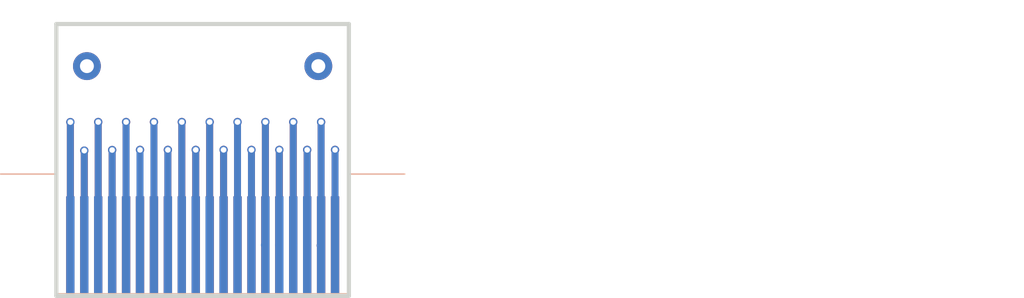
<source format=kicad_pcb>
(kicad_pcb (version 20171130) (host pcbnew "(5.1.6-0-10_14)")

  (general
    (thickness 0.4)
    (drawings 5)
    (tracks 115)
    (zones 0)
    (modules 6)
    (nets 1)
  )

  (page A4)
  (title_block
    (company "Universidade Federal de Minas Gerais")
    (comment 2 "Márcio Flávio Dutra Moraes")
    (comment 3 "Leonardo de Oliveira Guarnieri")
    (comment 4 "Flávio Afonso Gonçalves Mourão")
  )

  (layers
    (0 F.Cu signal)
    (31 B.Cu signal)
    (32 B.Adhes user)
    (33 F.Adhes user)
    (34 B.Paste user)
    (35 F.Paste user)
    (36 B.SilkS user)
    (37 F.SilkS user)
    (38 B.Mask user)
    (39 F.Mask user)
    (40 Dwgs.User user hide)
    (41 Cmts.User user hide)
    (42 Eco1.User user)
    (43 Eco2.User user)
    (44 Edge.Cuts user)
    (45 Margin user)
    (46 B.CrtYd user hide)
    (47 F.CrtYd user hide)
    (48 B.Fab user hide)
    (49 F.Fab user hide)
  )

  (setup
    (last_trace_width 0.25)
    (user_trace_width 0.3)
    (trace_clearance 0.19)
    (zone_clearance 0.508)
    (zone_45_only no)
    (trace_min 0.2)
    (via_size 0.6)
    (via_drill 0.4)
    (via_min_size 0.25)
    (via_min_drill 0.125)
    (user_via 0.25 0.125)
    (uvia_size 0.3)
    (uvia_drill 0.1)
    (uvias_allowed no)
    (uvia_min_size 0.2)
    (uvia_min_drill 0.1)
    (edge_width 0.15)
    (segment_width 0.2)
    (pcb_text_width 0.3)
    (pcb_text_size 1.5 1.5)
    (mod_edge_width 0.15)
    (mod_text_size 1 1)
    (mod_text_width 0.15)
    (pad_size 2.2 2.2)
    (pad_drill 2.2)
    (pad_to_mask_clearance 0.2)
    (aux_axis_origin 0 0)
    (visible_elements 7FFFFFFF)
    (pcbplotparams
      (layerselection 0x010f0_ffffffff)
      (usegerberextensions false)
      (usegerberattributes true)
      (usegerberadvancedattributes true)
      (creategerberjobfile true)
      (excludeedgelayer true)
      (linewidth 0.100000)
      (plotframeref false)
      (viasonmask false)
      (mode 1)
      (useauxorigin false)
      (hpglpennumber 1)
      (hpglpenspeed 20)
      (hpglpendiameter 15.000000)
      (psnegative false)
      (psa4output false)
      (plotreference true)
      (plotvalue true)
      (plotinvisibletext false)
      (padsonsilk false)
      (subtractmaskfromsilk false)
      (outputformat 1)
      (mirror false)
      (drillshape 0)
      (scaleselection 1)
      (outputdirectory "../../../../../../../../../../Desktop/Placa_atualizada/"))
  )

  (net 0 "")

  (net_class Default "This is the default net class."
    (clearance 0.19)
    (trace_width 0.25)
    (via_dia 0.6)
    (via_drill 0.4)
    (uvia_dia 0.3)
    (uvia_drill 0.1)
  )

  (module NNClib:FFCmale20_semvias (layer F.Cu) (tedit 5B2BA901) (tstamp 5B2BA2AD)
    (at 148.50364 104.9274)
    (path /5ABD2A68)
    (fp_text reference Edge1 (at -14.0462 10.25144) (layer Dwgs.User)
      (effects (font (size 1 1) (thickness 0.15)))
    )
    (fp_text value Conn_01x20 (at 2 -3.15) (layer F.Fab)
      (effects (font (size 1 1) (thickness 0.15)))
    )
    (fp_line (start -0.5 3.5) (end -0.5 1) (layer F.SilkS) (width 0.05))
    (fp_line (start 10 3.45) (end 10 1) (layer F.SilkS) (width 0.05))
    (fp_line (start 10 3.5) (end 10 3.45) (layer F.SilkS) (width 0.0508))
    (fp_line (start -0.5 3.5) (end 10 3.5) (layer F.SilkS) (width 0.05))
    (fp_line (start -0.5 -0.8) (end -2.5 -0.8) (layer F.SilkS) (width 0.05))
    (fp_line (start 10 -0.8) (end 12 -0.8) (layer F.SilkS) (width 0.05))
    (fp_line (start -0.5 1) (end -0.5 -0.5) (layer F.SilkS) (width 0.05))
    (fp_line (start 10 1) (end 10 -0.5) (layer F.SilkS) (width 0.05))
    (fp_line (start 10 -0.8) (end 10 -0.5) (layer F.SilkS) (width 0.05))
    (fp_line (start -0.5 -0.5) (end -0.5 -0.8) (layer F.SilkS) (width 0.05))
    (pad 1 smd rect (at 0 1.75) (size 0.3 3.5) (layers *.Paste *.Mask F.Cu))
    (pad 2 smd rect (at 0.5 1.75) (size 0.3 3.5) (layers *.Paste *.Mask F.Cu))
    (pad 3 smd rect (at 1 1.75) (size 0.3 3.5) (layers *.Paste *.Mask F.Cu))
    (pad 4 smd rect (at 1.5 1.75) (size 0.3 3.5) (layers *.Paste *.Mask F.Cu))
    (pad 5 smd rect (at 2 1.75) (size 0.3 3.5) (layers *.Paste *.Mask F.Cu))
    (pad 6 smd rect (at 2.5 1.75) (size 0.3 3.5) (layers *.Paste *.Mask F.Cu))
    (pad 7 smd rect (at 3 1.75) (size 0.3 3.5) (layers *.Paste *.Mask F.Cu))
    (pad 8 smd rect (at 3.5 1.75) (size 0.3 3.5) (layers *.Paste *.Mask F.Cu))
    (pad 9 smd rect (at 4 1.75) (size 0.3 3.5) (layers *.Paste *.Mask F.Cu))
    (pad 10 smd rect (at 4.5 1.75) (size 0.3 3.5) (layers *.Paste *.Mask F.Cu))
    (pad 11 smd rect (at 5 1.75) (size 0.3 3.5) (layers *.Paste *.Mask F.Cu))
    (pad 12 smd rect (at 5.5 1.75) (size 0.3 3.5) (layers *.Paste *.Mask F.Cu))
    (pad 13 smd rect (at 6 1.75) (size 0.3 3.5) (layers *.Paste *.Mask F.Cu))
    (pad 14 smd rect (at 6.5 1.75) (size 0.3 3.5) (layers *.Paste *.Mask F.Cu))
    (pad 15 smd rect (at 7 1.75) (size 0.3 3.5) (layers *.Paste *.Mask F.Cu))
    (pad 16 smd rect (at 7.5 1.75) (size 0.3 3.5) (layers *.Paste *.Mask F.Cu))
    (pad 17 smd rect (at 8 1.75) (size 0.3 3.5) (layers *.Paste *.Mask F.Cu))
    (pad 18 smd rect (at 8.5 1.75) (size 0.3 3.5) (layers *.Paste *.Mask F.Cu))
    (pad 19 smd rect (at 9 1.75) (size 0.3 3.5) (layers *.Paste *.Mask F.Cu))
    (pad 20 smd rect (at 9.5 1.75) (size 0.3 3.5) (layers *.Paste *.Mask F.Cu))
  )

  (module MountingHole:MountingHole_2.2mm_M2 (layer F.Cu) (tedit 5B3B7FE2) (tstamp 5B4715BE)
    (at 151.7015 100.3554)
    (descr "Mounting Hole 2.2mm, no annular, M2")
    (tags "mounting hole 2.2mm no annular m2")
    (attr virtual)
    (fp_text reference REF** (at 24.511 -9.779) (layer Dwgs.User)
      (effects (font (size 1 1) (thickness 0.15)))
    )
    (fp_text value MountingHole_2.2mm_M2 (at 31.496 5.969) (layer Dwgs.User)
      (effects (font (size 1 1) (thickness 0.15)))
    )
    (fp_circle (center 0 0) (end 2.45 0) (layer F.CrtYd) (width 0.05))
    (fp_circle (center 0 0) (end 2.2 0) (layer Cmts.User) (width 0.15))
    (fp_text user %R (at 25.654 2.0955) (layer Dwgs.User)
      (effects (font (size 1 1) (thickness 0.15)))
    )
    (pad 1 np_thru_hole circle (at 0 0) (size 2.2 2.2) (drill 2.2) (layers *.Cu *.Mask))
  )

  (module MountingHole:MountingHole_2.2mm_M2 (layer F.Cu) (tedit 5B3B7FE2) (tstamp 603DD26F)
    (at 154.813 100.3554)
    (descr "Mounting Hole 2.2mm, no annular, M2")
    (tags "mounting hole 2.2mm no annular m2")
    (attr virtual)
    (fp_text reference REF** (at 24.511 -9.779) (layer Dwgs.User)
      (effects (font (size 1 1) (thickness 0.15)))
    )
    (fp_text value MountingHole_2.2mm_M2 (at 31.496 5.969) (layer Dwgs.User)
      (effects (font (size 1 1) (thickness 0.15)))
    )
    (fp_circle (center 0 0) (end 2.45 0) (layer F.CrtYd) (width 0.05))
    (fp_circle (center 0 0) (end 2.2 0) (layer Cmts.User) (width 0.15))
    (fp_text user %R (at 25.654 2.0955) (layer Dwgs.User)
      (effects (font (size 1 1) (thickness 0.15)))
    )
    (pad 1 np_thru_hole circle (at 0 0) (size 2.2 2.2) (drill 2.2) (layers *.Cu *.Mask))
  )

  (module NNClib:1pad (layer F.Cu) (tedit 5B3B6665) (tstamp 5B068003)
    (at 157.4038 100.2538)
    (descr "module 1 pin (ou trou mecanique de percage)")
    (tags DEV)
    (fp_text reference REF** (at 19.74 -3.99) (layer Dwgs.User) hide
      (effects (font (size 1 1) (thickness 0.15)))
    )
    (fp_text value 1pin (at -18.2711 6.2081) (layer F.Fab) hide
      (effects (font (size 1 1) (thickness 0.15)))
    )
    (pad 1 thru_hole circle (at 0 0) (size 1 1) (drill 0.5) (layers *.Cu *.Mask))
  )

  (module NNClib:1pad (layer F.Cu) (tedit 5B3B6667) (tstamp 5B067FF0)
    (at 149.098 100.2538)
    (descr "module 1 pin (ou trou mecanique de percage)")
    (tags DEV)
    (fp_text reference REF** (at 22.502 -1.196) (layer Dwgs.User) hide
      (effects (font (size 1 1) (thickness 0.15)))
    )
    (fp_text value 1pin (at -16.1568 3.6554) (layer F.Fab) hide
      (effects (font (size 1 1) (thickness 0.15)))
    )
    (pad 1 thru_hole circle (at 0 0) (size 1 1) (drill 0.5) (layers *.Cu *.Mask))
  )

  (module NNClib:FFCmale20_semvias (layer B.Cu) (tedit 5B2BA8FE) (tstamp 5B2BA2CF)
    (at 158.00324 104.9274 180)
    (path /5B2BA1A3)
    (fp_text reference Edge2 (at 23.51024 -8.04164 180) (layer Dwgs.User)
      (effects (font (size 1 1) (thickness 0.15)))
    )
    (fp_text value Conn_01x20 (at 2 3.15 180) (layer B.Fab)
      (effects (font (size 1 1) (thickness 0.15)) (justify mirror))
    )
    (fp_line (start -0.5 -3.5) (end -0.5 -1) (layer B.SilkS) (width 0.05))
    (fp_line (start 10 -3.45) (end 10 -1) (layer B.SilkS) (width 0.05))
    (fp_line (start 10 -3.5) (end 10 -3.45) (layer B.SilkS) (width 0.0508))
    (fp_line (start -0.5 -3.5) (end 10 -3.5) (layer B.SilkS) (width 0.05))
    (fp_line (start -0.5 0.8) (end -2.5 0.8) (layer B.SilkS) (width 0.05))
    (fp_line (start 10 0.8) (end 12 0.8) (layer B.SilkS) (width 0.05))
    (fp_line (start -0.5 -1) (end -0.5 0.5) (layer B.SilkS) (width 0.05))
    (fp_line (start 10 -1) (end 10 0.5) (layer B.SilkS) (width 0.05))
    (fp_line (start 10 0.8) (end 10 0.5) (layer B.SilkS) (width 0.05))
    (fp_line (start -0.5 0.5) (end -0.5 0.8) (layer B.SilkS) (width 0.05))
    (pad 1 smd rect (at 0 -1.75 180) (size 0.3 3.5) (layers *.Paste *.Mask B.Cu))
    (pad 2 smd rect (at 0.5 -1.75 180) (size 0.3 3.5) (layers *.Paste *.Mask B.Cu))
    (pad 3 smd rect (at 1 -1.75 180) (size 0.3 3.5) (layers *.Paste *.Mask B.Cu))
    (pad 4 smd rect (at 1.5 -1.75 180) (size 0.3 3.5) (layers *.Paste *.Mask B.Cu))
    (pad 5 smd rect (at 2 -1.75 180) (size 0.3 3.5) (layers *.Paste *.Mask B.Cu))
    (pad 6 smd rect (at 2.5 -1.75 180) (size 0.3 3.5) (layers *.Paste *.Mask B.Cu))
    (pad 7 smd rect (at 3 -1.75 180) (size 0.3 3.5) (layers *.Paste *.Mask B.Cu))
    (pad 8 smd rect (at 3.5 -1.75 180) (size 0.3 3.5) (layers *.Paste *.Mask B.Cu))
    (pad 9 smd rect (at 4 -1.75 180) (size 0.3 3.5) (layers *.Paste *.Mask B.Cu))
    (pad 10 smd rect (at 4.5 -1.75 180) (size 0.3 3.5) (layers *.Paste *.Mask B.Cu))
    (pad 11 smd rect (at 5 -1.75 180) (size 0.3 3.5) (layers *.Paste *.Mask B.Cu))
    (pad 12 smd rect (at 5.5 -1.75 180) (size 0.3 3.5) (layers *.Paste *.Mask B.Cu))
    (pad 13 smd rect (at 6 -1.75 180) (size 0.3 3.5) (layers *.Paste *.Mask B.Cu))
    (pad 14 smd rect (at 6.5 -1.75 180) (size 0.3 3.5) (layers *.Paste *.Mask B.Cu))
    (pad 15 smd rect (at 7 -1.75 180) (size 0.3 3.5) (layers *.Paste *.Mask B.Cu))
    (pad 16 smd rect (at 7.5 -1.75 180) (size 0.3 3.5) (layers *.Paste *.Mask B.Cu))
    (pad 17 smd rect (at 8 -1.75 180) (size 0.3 3.5) (layers *.Paste *.Mask B.Cu))
    (pad 18 smd rect (at 8.5 -1.75 180) (size 0.3 3.5) (layers *.Paste *.Mask B.Cu))
    (pad 19 smd rect (at 9 -1.75 180) (size 0.3 3.5) (layers *.Paste *.Mask B.Cu))
    (pad 20 smd rect (at 9.5 -1.75 180) (size 0.3 3.5) (layers *.Paste *.Mask B.Cu))
  )

  (gr_line (start 148 98.7425) (end 158.496 98.7425) (layer Edge.Cuts) (width 0.15))
  (gr_line (start 158.496 98.7425) (end 158.5 98.7425) (layer Edge.Cuts) (width 0.15) (tstamp 603DD234))
  (gr_line (start 158.5 108.5) (end 148 108.5) (angle 90) (layer Edge.Cuts) (width 0.15))
  (gr_line (start 158.5 108.5) (end 158.5 98.7425) (angle 90) (layer Edge.Cuts) (width 0.15))
  (gr_line (start 148 108.5) (end 148 98.7425) (angle 90) (layer Edge.Cuts) (width 0.15))

  (segment (start 148.50364 106.6774) (end 148.50364 106.67746) (width 0.25) (layer B.Cu) (net 0) (tstamp 603DBF68))
  (segment (start 148.999 106.6774) (end 149.00364 106.6774) (width 0.25) (layer B.Cu) (net 0) (tstamp 603DBF54))
  (segment (start 149.50364 106.6774) (end 149.50364 106.67924) (width 0.25) (layer B.Cu) (net 0) (tstamp 603DBF59))
  (segment (start 150.00364 106.6774) (end 150.00364 106.67606) (width 0.25) (layer B.Cu) (net 0) (tstamp 603DBF5A))
  (segment (start 151.00364 106.6774) (end 151.00364 106.69206) (width 0.25) (layer B.Cu) (net 0) (tstamp 603DBF67))
  (segment (start 151.50364 106.6774) (end 151.5009 106.6774) (width 0.25) (layer B.Cu) (net 0) (tstamp 603DBF65))
  (segment (start 152.00364 106.6774) (end 152.00364 106.66996) (width 0.25) (layer B.Cu) (net 0) (tstamp 603DBF58))
  (segment (start 152.50364 106.6774) (end 152.50364 106.65664) (width 0.25) (layer B.Cu) (net 0) (tstamp 603DBF66))
  (segment (start 153.00364 106.6774) (end 153.00364 106.67326) (width 0.25) (layer B.Cu) (net 0) (tstamp 603DBF5D))
  (segment (start 153.50364 106.6774) (end 153.50364 106.67874) (width 0.25) (layer B.Cu) (net 0) (tstamp 603DBF57))
  (segment (start 154.00364 106.6774) (end 154.0103 106.6774) (width 0.25) (layer B.Cu) (net 0) (tstamp 603DBF5E))
  (segment (start 154.50364 106.6774) (end 154.5056 106.6774) (width 0.25) (layer B.Cu) (net 0) (tstamp 603DBF63))
  (segment (start 155.00364 106.6774) (end 155.00364 106.67986) (width 0.25) (layer B.Cu) (net 0) (tstamp 603DBF55))
  (segment (start 155.50364 106.6774) (end 155.468641 106.6774) (width 0.25) (layer B.Cu) (net 0) (tstamp 603DBF56))
  (segment (start 156.00364 106.6774) (end 155.984 106.6774) (width 0.25) (layer B.Cu) (net 0) (tstamp 603DBF61))
  (segment (start 156.50364 106.6774) (end 156.5249 106.6774) (width 0.25) (layer B.Cu) (net 0) (tstamp 603DBF5B))
  (segment (start 157.00364 106.6774) (end 157.0202 106.6774) (width 0.25) (layer B.Cu) (net 0) (tstamp 603DBF5F))
  (segment (start 157.50364 106.6774) (end 157.4826 106.6774) (width 0.25) (layer B.Cu) (net 0) (tstamp 603DBF5C))
  (segment (start 157.4826 106.6774) (end 157.468641 106.691359) (width 0.25) (layer B.Cu) (net 0) (tstamp 603DBF62))
  (segment (start 158.00364 106.6774) (end 158.0108 106.6774) (width 0.25) (layer B.Cu) (net 0) (tstamp 603DBF60))
  (segment (start 148.50364 106.6774) (end 148.50364 106.67746) (width 0.25) (layer F.Cu) (net 0))
  (segment (start 148.999 106.6774) (end 149.00364 106.6774) (width 0.25) (layer F.Cu) (net 0))
  (segment (start 149.50364 106.6774) (end 149.50364 106.67924) (width 0.25) (layer F.Cu) (net 0))
  (segment (start 150.00364 106.6774) (end 150.00364 106.67606) (width 0.25) (layer F.Cu) (net 0))
  (segment (start 151.00364 106.6774) (end 151.00364 106.69206) (width 0.25) (layer F.Cu) (net 0))
  (segment (start 151.50364 106.6774) (end 151.5009 106.6774) (width 0.25) (layer F.Cu) (net 0))
  (segment (start 152.00364 106.6774) (end 152.00364 106.66996) (width 0.25) (layer F.Cu) (net 0))
  (segment (start 152.50364 106.6774) (end 152.50364 106.65664) (width 0.25) (layer F.Cu) (net 0))
  (segment (start 153.00364 106.6774) (end 153.00364 106.67326) (width 0.25) (layer F.Cu) (net 0))
  (segment (start 153.50364 106.6774) (end 153.50364 106.67874) (width 0.25) (layer F.Cu) (net 0))
  (segment (start 154.00364 106.6774) (end 154.0103 106.6774) (width 0.25) (layer F.Cu) (net 0))
  (segment (start 154.50364 106.6774) (end 154.5056 106.6774) (width 0.25) (layer F.Cu) (net 0))
  (segment (start 155.00364 106.6774) (end 155.00364 106.67986) (width 0.25) (layer F.Cu) (net 0))
  (segment (start 155.50364 106.6774) (end 155.468641 106.6774) (width 0.25) (layer F.Cu) (net 0))
  (segment (start 156.00364 106.6774) (end 155.984 106.6774) (width 0.25) (layer F.Cu) (net 0))
  (segment (start 156.50364 106.6774) (end 156.5249 106.6774) (width 0.25) (layer F.Cu) (net 0))
  (segment (start 157.00364 106.6774) (end 157.0202 106.6774) (width 0.25) (layer F.Cu) (net 0))
  (segment (start 157.4826 106.6774) (end 157.468641 106.691359) (width 0.25) (layer F.Cu) (net 0))
  (segment (start 157.50364 106.6774) (end 157.4826 106.6774) (width 0.25) (layer F.Cu) (net 0))
  (segment (start 158.00364 106.6774) (end 158.0108 106.6774) (width 0.25) (layer F.Cu) (net 0))
  (segment (start 158.00364 106.6774) (end 158.00364 103.26016) (width 0.25) (layer F.Cu) (net 0))
  (segment (start 157.50364 106.6774) (end 157.50364 102.26016) (width 0.25) (layer F.Cu) (net 0))
  (segment (start 157.00364 106.6774) (end 157.00364 103.26016) (width 0.25) (layer F.Cu) (net 0))
  (segment (start 156.50364 106.6774) (end 156.50364 102.26016) (width 0.25) (layer F.Cu) (net 0))
  (segment (start 156.00364 106.6774) (end 156.00364 103.26016) (width 0.25) (layer F.Cu) (net 0))
  (segment (start 155.50364 106.6774) (end 155.50364 102.26016) (width 0.25) (layer F.Cu) (net 0))
  (segment (start 155.00364 106.6774) (end 155.00364 103.26016) (width 0.25) (layer F.Cu) (net 0))
  (segment (start 154.50364 106.6774) (end 154.50364 102.26016) (width 0.25) (layer F.Cu) (net 0))
  (segment (start 154.00364 106.6774) (end 154.00364 103.26016) (width 0.25) (layer F.Cu) (net 0))
  (segment (start 153.50364 106.6774) (end 153.50364 102.26016) (width 0.25) (layer F.Cu) (net 0))
  (segment (start 153.00364 106.6774) (end 153.00364 103.26016) (width 0.25) (layer F.Cu) (net 0))
  (segment (start 152.50364 106.6774) (end 152.50364 102.26016) (width 0.25) (layer F.Cu) (net 0))
  (segment (start 152.00364 106.6774) (end 152.00364 103.26016) (width 0.25) (layer F.Cu) (net 0))
  (segment (start 151.50364 106.6774) (end 151.50364 102.26016) (width 0.25) (layer F.Cu) (net 0))
  (segment (start 151.00364 106.6774) (end 151.00364 103.26016) (width 0.25) (layer F.Cu) (net 0))
  (segment (start 150.50364 106.6774) (end 150.50364 102.26016) (width 0.25) (layer F.Cu) (net 0))
  (segment (start 149.50364 106.6774) (end 149.50364 102.27386) (width 0.25) (layer F.Cu) (net 0))
  (via (at 156.00364 103.26016) (size 0.3) (drill 0.2) (layers F.Cu B.Cu) (net 0))
  (via (at 155.00364 103.26016) (size 0.3) (drill 0.2) (layers F.Cu B.Cu) (net 0))
  (via (at 154.00364 103.26016) (size 0.3) (drill 0.2) (layers F.Cu B.Cu) (net 0))
  (via (at 153.00364 103.26016) (size 0.3) (drill 0.2) (layers F.Cu B.Cu) (net 0))
  (via (at 152.00364 103.26016) (size 0.3) (drill 0.2) (layers F.Cu B.Cu) (net 0))
  (via (at 151.00364 103.26016) (size 0.3) (drill 0.2) (layers F.Cu B.Cu) (net 0))
  (via (at 150.50364 102.26016) (size 0.3) (drill 0.2) (layers F.Cu B.Cu) (net 0))
  (via (at 151.50364 102.26016) (size 0.3) (drill 0.2) (layers F.Cu B.Cu) (net 0))
  (via (at 152.50364 102.26016) (size 0.3) (drill 0.2) (layers F.Cu B.Cu) (net 0))
  (via (at 153.50364 102.26016) (size 0.3) (drill 0.2) (layers F.Cu B.Cu) (net 0))
  (via (at 154.50364 102.26016) (size 0.3) (drill 0.2) (layers F.Cu B.Cu) (net 0))
  (via (at 155.50364 102.26016) (size 0.3) (drill 0.2) (layers F.Cu B.Cu) (net 0))
  (via (at 156.50364 102.26016) (size 0.3) (drill 0.2) (layers F.Cu B.Cu) (net 0))
  (via (at 157.50364 102.26016) (size 0.3) (drill 0.2) (layers F.Cu B.Cu) (net 0))
  (via (at 158.00364 103.26016) (size 0.3) (drill 0.2) (layers F.Cu B.Cu) (net 0))
  (segment (start 148.50364 106.6774) (end 148.50364 102.26294) (width 0.25) (layer F.Cu) (net 0))
  (segment (start 150.00364 103.26538) (end 150.00364 106.6774) (width 0.25) (layer F.Cu) (net 0) (tstamp 603DC921))
  (via (at 150.00364 103.26538) (size 0.3) (drill 0.2) (layers F.Cu B.Cu) (net 0))
  (segment (start 149.00364 103.28748) (end 149.00364 106.6774) (width 0.25) (layer F.Cu) (net 0) (tstamp 603DC923))
  (via (at 149.00364 103.28748) (size 0.3) (drill 0.2) (layers F.Cu B.Cu) (net 0))
  (via (at 148.50364 102.26294) (size 0.3) (drill 0.2) (layers F.Cu B.Cu) (net 0))
  (via (at 149.50364 102.26016) (size 0.3) (drill 0.2) (layers F.Cu B.Cu) (net 0))
  (segment (start 148.50364 106.33884) (end 148.50364 102.26294) (width 0.25) (layer B.Cu) (net 0))
  (segment (start 148.50324 106.33924) (end 148.50364 106.33884) (width 0.25) (layer B.Cu) (net 0))
  (segment (start 148.50324 106.6774) (end 148.50324 106.33924) (width 0.25) (layer B.Cu) (net 0))
  (segment (start 149.00324 106.6774) (end 149.00324 103.28788) (width 0.25) (layer B.Cu) (net 0))
  (segment (start 149.50324 106.6774) (end 149.50324 102.26056) (width 0.25) (layer B.Cu) (net 0))
  (segment (start 150.00324 106.6774) (end 150.00324 103.26578) (width 0.25) (layer B.Cu) (net 0))
  (segment (start 150.50324 106.6774) (end 150.50324 102.26056) (width 0.25) (layer B.Cu) (net 0))
  (segment (start 151.00324 106.6774) (end 151.00324 103.26056) (width 0.25) (layer B.Cu) (net 0))
  (segment (start 151.50324 106.6774) (end 151.50324 102.26056) (width 0.25) (layer B.Cu) (net 0))
  (segment (start 150.50364 106.6774) (end 150.4849 106.6774) (width 0.25) (layer F.Cu) (net 0))
  (segment (start 150.50364 106.6774) (end 150.4849 106.6774) (width 0.25) (layer B.Cu) (net 0) (tstamp 603DBF64))
  (segment (start 152.00324 106.6774) (end 152.00324 103.26056) (width 0.25) (layer B.Cu) (net 0))
  (segment (start 152.50324 106.6774) (end 152.50324 102.26056) (width 0.25) (layer B.Cu) (net 0))
  (segment (start 153.00364 106.677) (end 153.00324 106.6774) (width 0.25) (layer B.Cu) (net 0))
  (segment (start 153.00364 103.26016) (end 153.00364 106.677) (width 0.25) (layer B.Cu) (net 0))
  (segment (start 153.50364 106.677) (end 153.50324 106.6774) (width 0.25) (layer B.Cu) (net 0))
  (segment (start 153.50364 102.26016) (end 153.50364 106.677) (width 0.25) (layer B.Cu) (net 0))
  (segment (start 154.00364 106.677) (end 154.00324 106.6774) (width 0.25) (layer B.Cu) (net 0))
  (segment (start 154.00364 103.26016) (end 154.00364 106.677) (width 0.25) (layer B.Cu) (net 0))
  (segment (start 154.50364 106.677) (end 154.50324 106.6774) (width 0.25) (layer B.Cu) (net 0))
  (segment (start 154.50364 102.26016) (end 154.50364 106.677) (width 0.25) (layer B.Cu) (net 0))
  (segment (start 155.00364 106.677) (end 155.00324 106.6774) (width 0.25) (layer B.Cu) (net 0))
  (segment (start 155.00364 103.26016) (end 155.00364 106.677) (width 0.25) (layer B.Cu) (net 0))
  (segment (start 155.50364 106.677) (end 155.50324 106.6774) (width 0.25) (layer B.Cu) (net 0))
  (segment (start 155.50364 102.26016) (end 155.50364 106.677) (width 0.25) (layer B.Cu) (net 0))
  (segment (start 156.00364 106.677) (end 156.00324 106.6774) (width 0.25) (layer B.Cu) (net 0))
  (segment (start 156.00364 103.26016) (end 156.00364 106.677) (width 0.25) (layer B.Cu) (net 0))
  (segment (start 156.50364 106.677) (end 156.50324 106.6774) (width 0.25) (layer B.Cu) (net 0))
  (segment (start 156.50364 102.26016) (end 156.50364 106.677) (width 0.25) (layer B.Cu) (net 0))
  (segment (start 157.00364 106.677) (end 157.00324 106.6774) (width 0.25) (layer B.Cu) (net 0))
  (segment (start 157.00364 103.26016) (end 157.00364 106.677) (width 0.25) (layer B.Cu) (net 0))
  (segment (start 157.50364 106.677) (end 157.50324 106.6774) (width 0.25) (layer B.Cu) (net 0))
  (segment (start 157.50364 102.26016) (end 157.50364 106.677) (width 0.25) (layer B.Cu) (net 0))
  (segment (start 158.00364 106.677) (end 158.00324 106.6774) (width 0.25) (layer B.Cu) (net 0))
  (segment (start 158.00364 103.26016) (end 158.00364 106.677) (width 0.25) (layer B.Cu) (net 0))
  (via (at 157.00364 103.26016) (size 0.3) (drill 0.2) (layers F.Cu B.Cu) (net 0))

)

</source>
